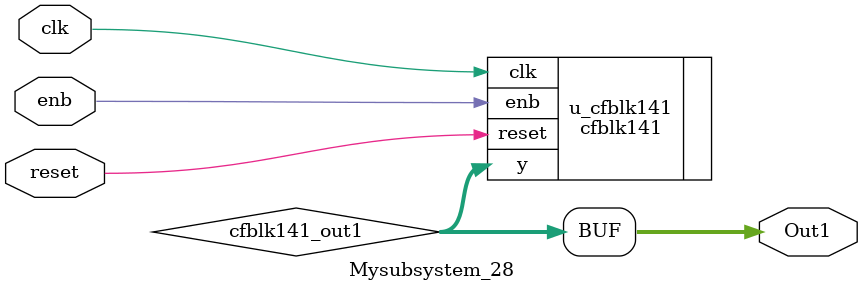
<source format=v>



`timescale 1 ns / 1 ns

module Mysubsystem_28
          (clk,
           reset,
           enb,
           Out1);


  input   clk;
  input   reset;
  input   enb;
  output  [7:0] Out1;  // uint8


  wire [7:0] cfblk141_out1;  // uint8


  cfblk141 u_cfblk141 (.clk(clk),
                       .reset(reset),
                       .enb(enb),
                       .y(cfblk141_out1)  // uint8
                       );

  assign Out1 = cfblk141_out1;

endmodule  // Mysubsystem_28


</source>
